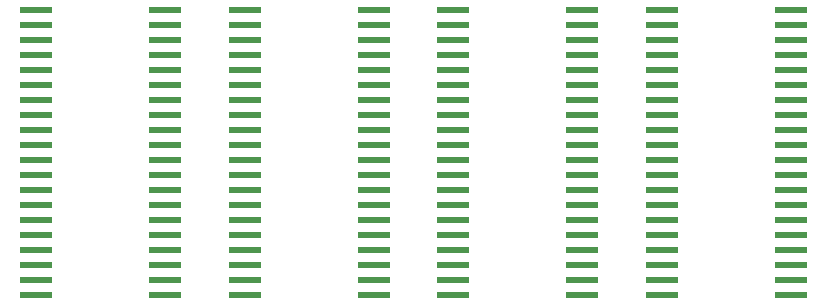
<source format=gbp>
G04 Layer: BottomPasteMaskLayer*
G04 EasyEDA v6.5.22, 2023-01-31 16:09:17*
G04 6fe1b45eb15a465e87536e095b6672f0,ba5b2474b43344648d466766df5634d0,10*
G04 Gerber Generator version 0.2*
G04 Scale: 100 percent, Rotated: No, Reflected: No *
G04 Dimensions in millimeters *
G04 leading zeros omitted , absolute positions ,4 integer and 5 decimal *
%FSLAX45Y45*%
%MOMM*%

%AMMACRO1*4,1,4,-1.389,-0.254,-1.389,0.254,1.389,0.254,1.389,-0.254,-1.389,-0.254,0*%
%ADD10MACRO1*%

%LPD*%
D10*
G01*
X1535087Y2679700D03*
G01*
X3302012Y2679700D03*
G01*
X5067312Y2679700D03*
G01*
X6832612Y2679700D03*
G01*
X444487Y3441700D03*
G01*
X444487Y3314700D03*
G01*
X444487Y3187700D03*
G01*
X444487Y3060700D03*
G01*
X444487Y2933700D03*
G01*
X444487Y2806700D03*
G01*
X444487Y2679700D03*
G01*
X444487Y2552700D03*
G01*
X444487Y2425700D03*
G01*
X444487Y2298700D03*
G01*
X444487Y2171700D03*
G01*
X444487Y2044700D03*
G01*
X444487Y1917700D03*
G01*
X444487Y1790700D03*
G01*
X444487Y1663700D03*
G01*
X444487Y1536700D03*
G01*
X444487Y1409700D03*
G01*
X444487Y1282700D03*
G01*
X444487Y1155700D03*
G01*
X444487Y1028700D03*
G01*
X1535087Y3441700D03*
G01*
X1535087Y3314700D03*
G01*
X1535087Y3187700D03*
G01*
X1535087Y3060700D03*
G01*
X1535087Y2933700D03*
G01*
X1535087Y2806700D03*
G01*
X1535087Y2552700D03*
G01*
X1535087Y2425700D03*
G01*
X1535087Y2298700D03*
G01*
X1535087Y2171700D03*
G01*
X1535087Y2044700D03*
G01*
X1535087Y1917700D03*
G01*
X1535087Y1790700D03*
G01*
X1535087Y1663700D03*
G01*
X1535087Y1536700D03*
G01*
X1535087Y1409700D03*
G01*
X1535087Y1282700D03*
G01*
X1535087Y1155700D03*
G01*
X1535087Y1028700D03*
G01*
X2211412Y3314700D03*
G01*
X2211412Y3187700D03*
G01*
X2211412Y3060700D03*
G01*
X3302012Y1028700D03*
G01*
X3302012Y1155700D03*
G01*
X3302012Y1282700D03*
G01*
X3302012Y1409700D03*
G01*
X3302012Y1536700D03*
G01*
X3302012Y1663700D03*
G01*
X3302012Y1790700D03*
G01*
X3302012Y1917700D03*
G01*
X3302012Y2044700D03*
G01*
X3302012Y2171700D03*
G01*
X3302012Y2298700D03*
G01*
X3302012Y2425700D03*
G01*
X3302012Y2552700D03*
G01*
X3302012Y2806700D03*
G01*
X3302012Y2933700D03*
G01*
X3302012Y3060700D03*
G01*
X3302012Y3187700D03*
G01*
X3302012Y3314700D03*
G01*
X3302012Y3441700D03*
G01*
X2211412Y3441700D03*
G01*
X2211412Y2933700D03*
G01*
X2211412Y2806700D03*
G01*
X2211412Y2679700D03*
G01*
X2211412Y2552700D03*
G01*
X2211412Y2425700D03*
G01*
X2211412Y2298700D03*
G01*
X2211412Y2171700D03*
G01*
X2211412Y2044700D03*
G01*
X2211412Y1917700D03*
G01*
X2211412Y1790700D03*
G01*
X2211412Y1663700D03*
G01*
X2211412Y1536700D03*
G01*
X2211412Y1409700D03*
G01*
X2211412Y1282700D03*
G01*
X2211412Y1155700D03*
G01*
X2211412Y1028700D03*
G01*
X3976712Y3441700D03*
G01*
X3976712Y3314700D03*
G01*
X3976712Y3187700D03*
G01*
X3976712Y3060700D03*
G01*
X3976712Y2933700D03*
G01*
X3976712Y2806700D03*
G01*
X3976712Y2679700D03*
G01*
X3976712Y2552700D03*
G01*
X3976712Y2425700D03*
G01*
X3976712Y2298700D03*
G01*
X3976712Y2171700D03*
G01*
X3976712Y2044700D03*
G01*
X3976712Y1917700D03*
G01*
X3976712Y1790700D03*
G01*
X3976712Y1663700D03*
G01*
X3976712Y1536700D03*
G01*
X3976712Y1409700D03*
G01*
X3976712Y1282700D03*
G01*
X3976712Y1155700D03*
G01*
X3976712Y1028700D03*
G01*
X5067312Y2806700D03*
G01*
X5067312Y2933700D03*
G01*
X5067312Y3060700D03*
G01*
X5067312Y3187700D03*
G01*
X5067312Y3314700D03*
G01*
X5067312Y3441700D03*
G01*
X5067312Y2552700D03*
G01*
X5067312Y2425700D03*
G01*
X5067312Y2298700D03*
G01*
X5067312Y2171700D03*
G01*
X5067312Y2044700D03*
G01*
X5067312Y1917700D03*
G01*
X5067312Y1790700D03*
G01*
X5067312Y1663700D03*
G01*
X5067312Y1536700D03*
G01*
X5067312Y1409700D03*
G01*
X5067312Y1282700D03*
G01*
X5067312Y1155700D03*
G01*
X5067312Y1028700D03*
G01*
X5742012Y3441700D03*
G01*
X5742012Y3314700D03*
G01*
X5742012Y3187700D03*
G01*
X5742012Y3060700D03*
G01*
X5742012Y2933700D03*
G01*
X5742012Y2806700D03*
G01*
X5742012Y2679700D03*
G01*
X5742012Y2552700D03*
G01*
X5742012Y2425700D03*
G01*
X5742012Y2298700D03*
G01*
X5742012Y2171700D03*
G01*
X5742012Y2044700D03*
G01*
X5742012Y1917700D03*
G01*
X5742012Y1790700D03*
G01*
X5742012Y1663700D03*
G01*
X5742012Y1536700D03*
G01*
X5742012Y1409700D03*
G01*
X5742012Y1282700D03*
G01*
X5742012Y1155700D03*
G01*
X5742012Y1028700D03*
G01*
X6832612Y2806700D03*
G01*
X6832612Y2933700D03*
G01*
X6832612Y3060700D03*
G01*
X6832612Y3187700D03*
G01*
X6832612Y3314700D03*
G01*
X6832612Y3441700D03*
G01*
X6832612Y2552700D03*
G01*
X6832612Y2425700D03*
G01*
X6832612Y2298700D03*
G01*
X6832612Y2171700D03*
G01*
X6832612Y2044700D03*
G01*
X6832612Y1917700D03*
G01*
X6832612Y1790700D03*
G01*
X6832612Y1663700D03*
G01*
X6832612Y1536700D03*
G01*
X6832612Y1409700D03*
G01*
X6832612Y1282700D03*
G01*
X6832612Y1155700D03*
G01*
X6832612Y1028700D03*
M02*

</source>
